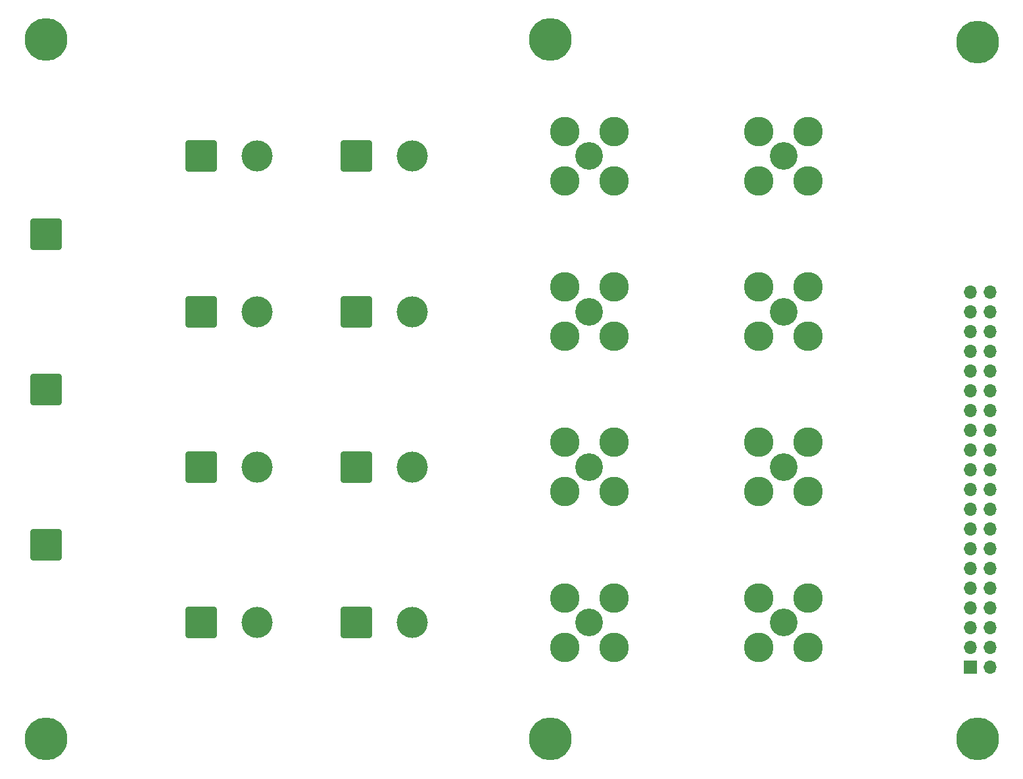
<source format=gbr>
%TF.GenerationSoftware,KiCad,Pcbnew,6.0.0-d3dd2cf0fa~116~ubuntu21.10.1*%
%TF.CreationDate,2022-01-19T11:26:26+00:00*%
%TF.ProjectId,latbox_cycloneV,6c617462-6f78-45f6-9379-636c6f6e6556,rev?*%
%TF.SameCoordinates,Original*%
%TF.FileFunction,Soldermask,Bot*%
%TF.FilePolarity,Negative*%
%FSLAX46Y46*%
G04 Gerber Fmt 4.6, Leading zero omitted, Abs format (unit mm)*
G04 Created by KiCad (PCBNEW 6.0.0-d3dd2cf0fa~116~ubuntu21.10.1) date 2022-01-19 11:26:26*
%MOMM*%
%LPD*%
G01*
G04 APERTURE LIST*
G04 Aperture macros list*
%AMRoundRect*
0 Rectangle with rounded corners*
0 $1 Rounding radius*
0 $2 $3 $4 $5 $6 $7 $8 $9 X,Y pos of 4 corners*
0 Add a 4 corners polygon primitive as box body*
4,1,4,$2,$3,$4,$5,$6,$7,$8,$9,$2,$3,0*
0 Add four circle primitives for the rounded corners*
1,1,$1+$1,$2,$3*
1,1,$1+$1,$4,$5*
1,1,$1+$1,$6,$7*
1,1,$1+$1,$8,$9*
0 Add four rect primitives between the rounded corners*
20,1,$1+$1,$2,$3,$4,$5,0*
20,1,$1+$1,$4,$5,$6,$7,0*
20,1,$1+$1,$6,$7,$8,$9,0*
20,1,$1+$1,$8,$9,$2,$3,0*%
G04 Aperture macros list end*
%ADD10C,5.500000*%
%ADD11RoundRect,0.250000X-1.750000X-1.750000X1.750000X-1.750000X1.750000X1.750000X-1.750000X1.750000X0*%
%ADD12C,4.000000*%
%ADD13C,3.556000*%
%ADD14C,3.810000*%
%ADD15R,1.700000X1.700000*%
%ADD16O,1.700000X1.700000*%
G04 APERTURE END LIST*
D10*
%TO.C,H101*%
X55000000Y-55000000D03*
%TD*%
D11*
%TO.C,J406*%
X95000000Y-110000000D03*
D12*
X102200000Y-110000000D03*
%TD*%
D11*
%TO.C,J402*%
X95000000Y-70000000D03*
D12*
X102200000Y-70000000D03*
%TD*%
D11*
%TO.C,J407*%
X75000000Y-130000000D03*
D12*
X82200000Y-130000000D03*
%TD*%
D11*
%TO.C,J408*%
X95000000Y-130000000D03*
D12*
X102200000Y-130000000D03*
%TD*%
D11*
%TO.C,J411*%
X55000000Y-80000000D03*
%TD*%
D13*
%TO.C,J304*%
X125000000Y-130000000D03*
D14*
X121825000Y-133175000D03*
X121825000Y-126825000D03*
X128175000Y-133175000D03*
X128175000Y-126825000D03*
%TD*%
D13*
%TO.C,J204*%
X150000000Y-130000000D03*
D14*
X153175000Y-126825000D03*
X153175000Y-133175000D03*
X146825000Y-126825000D03*
X146825000Y-133175000D03*
%TD*%
D11*
%TO.C,J401*%
X75000000Y-70000000D03*
D12*
X82200000Y-70000000D03*
%TD*%
D11*
%TO.C,J405*%
X75000000Y-110000000D03*
D12*
X82200000Y-110000000D03*
%TD*%
D10*
%TO.C,H102*%
X175000000Y-55350000D03*
%TD*%
D13*
%TO.C,J301*%
X125000000Y-70000000D03*
D14*
X121825000Y-73175000D03*
X121825000Y-66825000D03*
X128175000Y-73175000D03*
X128175000Y-66825000D03*
%TD*%
D11*
%TO.C,J403*%
X75000000Y-90000000D03*
D12*
X82200000Y-90000000D03*
%TD*%
D11*
%TO.C,J410*%
X55000000Y-100000000D03*
%TD*%
D13*
%TO.C,J202*%
X150000000Y-90000000D03*
D14*
X146825000Y-93175000D03*
X153175000Y-93175000D03*
X153175000Y-86825000D03*
X146825000Y-86825000D03*
%TD*%
D15*
%TO.C,J101*%
X174110000Y-135750000D03*
D16*
X176650000Y-135750000D03*
X174110000Y-133210000D03*
X176650000Y-133210000D03*
X174110000Y-130670000D03*
X176650000Y-130670000D03*
X174110000Y-128130000D03*
X176650000Y-128130000D03*
X174110000Y-125590000D03*
X176650000Y-125590000D03*
X174110000Y-123050000D03*
X176650000Y-123050000D03*
X174110000Y-120510000D03*
X176650000Y-120510000D03*
X174110000Y-117970000D03*
X176650000Y-117970000D03*
X174110000Y-115430000D03*
X176650000Y-115430000D03*
X174110000Y-112890000D03*
X176650000Y-112890000D03*
X174110000Y-110350000D03*
X176650000Y-110350000D03*
X174110000Y-107810000D03*
X176650000Y-107810000D03*
X174110000Y-105270000D03*
X176650000Y-105270000D03*
X174110000Y-102730000D03*
X176650000Y-102730000D03*
X174110000Y-100190000D03*
X176650000Y-100190000D03*
X174110000Y-97650000D03*
X176650000Y-97650000D03*
X174110000Y-95110000D03*
X176650000Y-95110000D03*
X174110000Y-92570000D03*
X176650000Y-92570000D03*
X174110000Y-90030000D03*
X176650000Y-90030000D03*
X174110000Y-87490000D03*
X176650000Y-87490000D03*
%TD*%
D10*
%TO.C,H105*%
X175000000Y-145000000D03*
%TD*%
%TO.C,H106*%
X120000000Y-145000000D03*
%TD*%
D11*
%TO.C,J404*%
X95000000Y-90000000D03*
D12*
X102200000Y-90000000D03*
%TD*%
D13*
%TO.C,J302*%
X125000000Y-90000000D03*
D14*
X128175000Y-86825000D03*
X121825000Y-93175000D03*
X128175000Y-93175000D03*
X121825000Y-86825000D03*
%TD*%
D13*
%TO.C,J303*%
X125000000Y-110000000D03*
D14*
X128175000Y-113175000D03*
X128175000Y-106825000D03*
X121825000Y-113175000D03*
X121825000Y-106825000D03*
%TD*%
D13*
%TO.C,J201*%
X150000000Y-70000000D03*
D14*
X153175000Y-73175000D03*
X146825000Y-73175000D03*
X146825000Y-66825000D03*
X153175000Y-66825000D03*
%TD*%
D13*
%TO.C,J203*%
X150000000Y-110000000D03*
D14*
X146825000Y-113175000D03*
X153175000Y-113175000D03*
X153175000Y-106825000D03*
X146825000Y-106825000D03*
%TD*%
D10*
%TO.C,H104*%
X120000000Y-55000000D03*
%TD*%
D11*
%TO.C,J409*%
X55000000Y-120000000D03*
%TD*%
D10*
%TO.C,H103*%
X55000000Y-145000000D03*
%TD*%
M02*

</source>
